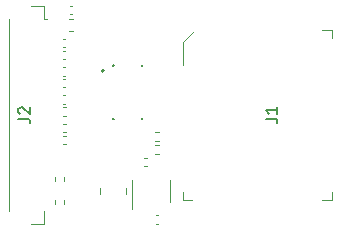
<source format=gto>
G04 #@! TF.GenerationSoftware,KiCad,Pcbnew,5.1.10*
G04 #@! TF.CreationDate,2021-09-12T21:14:18-07:00*
G04 #@! TF.ProjectId,ACORN-CLE-DVI,41434f52-4e2d-4434-9c45-2d4456492e6b,rev?*
G04 #@! TF.SameCoordinates,Original*
G04 #@! TF.FileFunction,Legend,Top*
G04 #@! TF.FilePolarity,Positive*
%FSLAX46Y46*%
G04 Gerber Fmt 4.6, Leading zero omitted, Abs format (unit mm)*
G04 Created by KiCad (PCBNEW 5.1.10) date 2021-09-12 21:14:18*
%MOMM*%
%LPD*%
G01*
G04 APERTURE LIST*
%ADD10C,0.127000*%
%ADD11C,0.200000*%
%ADD12C,0.120000*%
%ADD13C,0.100000*%
%ADD14C,0.150000*%
%ADD15R,1.200000X3.200000*%
%ADD16O,0.590000X0.220000*%
%ADD17O,0.220000X0.590000*%
%ADD18R,0.650000X1.060000*%
%ADD19R,1.400000X1.300000*%
%ADD20R,2.200000X1.300000*%
%ADD21R,2.600000X0.280000*%
G04 APERTURE END LIST*
D10*
X149205000Y-99255000D02*
X149205000Y-99325000D01*
X149205000Y-103745000D02*
X149205000Y-103675000D01*
X151695000Y-99255000D02*
X151695000Y-99325000D01*
X151695000Y-103745000D02*
X151695000Y-103675000D01*
X149205000Y-99255000D02*
X149275000Y-99255000D01*
X149205000Y-103745000D02*
X149275000Y-103745000D01*
X151695000Y-99255000D02*
X151625000Y-99255000D01*
X151695000Y-103745000D02*
X151625000Y-103745000D01*
D11*
X148440000Y-99700000D02*
G75*
G03*
X148440000Y-99700000I-100000J0D01*
G01*
D12*
X152761359Y-105995000D02*
X153068641Y-105995000D01*
X152761359Y-106755000D02*
X153068641Y-106755000D01*
X152756359Y-104920000D02*
X153063641Y-104920000D01*
X152756359Y-105680000D02*
X153063641Y-105680000D01*
X145080000Y-108731359D02*
X145080000Y-109038641D01*
X144320000Y-108731359D02*
X144320000Y-109038641D01*
X144320000Y-110963641D02*
X144320000Y-110656359D01*
X145080000Y-110963641D02*
X145080000Y-110656359D01*
X150840000Y-108975000D02*
X150840000Y-111425000D01*
X154060000Y-110775000D02*
X154060000Y-108975000D01*
X148090000Y-109613748D02*
X148090000Y-110136252D01*
X150310000Y-109613748D02*
X150310000Y-110136252D01*
X145800279Y-95315000D02*
X145474721Y-95315000D01*
X145800279Y-96335000D02*
X145474721Y-96335000D01*
X152037836Y-107050000D02*
X151822164Y-107050000D01*
X152037836Y-107770000D02*
X151822164Y-107770000D01*
X153027836Y-111940000D02*
X152812164Y-111940000D01*
X153027836Y-112660000D02*
X152812164Y-112660000D01*
X145752836Y-94215000D02*
X145537164Y-94215000D01*
X145752836Y-94935000D02*
X145537164Y-94935000D01*
X144972164Y-105910000D02*
X145187836Y-105910000D01*
X144972164Y-105190000D02*
X145187836Y-105190000D01*
X144972164Y-104910000D02*
X145187836Y-104910000D01*
X144972164Y-104190000D02*
X145187836Y-104190000D01*
X144972164Y-103510000D02*
X145187836Y-103510000D01*
X144972164Y-102790000D02*
X145187836Y-102790000D01*
X144962164Y-102510000D02*
X145177836Y-102510000D01*
X144962164Y-101790000D02*
X145177836Y-101790000D01*
X144962164Y-101110000D02*
X145177836Y-101110000D01*
X144962164Y-100390000D02*
X145177836Y-100390000D01*
X144962164Y-100110000D02*
X145177836Y-100110000D01*
X144962164Y-99390000D02*
X145177836Y-99390000D01*
X144962164Y-98710000D02*
X145177836Y-98710000D01*
X144962164Y-97990000D02*
X145177836Y-97990000D01*
X144962164Y-97710000D02*
X145177836Y-97710000D01*
X144962164Y-96990000D02*
X145177836Y-96990000D01*
X142250000Y-94229000D02*
X143370000Y-94229000D01*
X143370000Y-94229000D02*
X143370000Y-95329000D01*
X143370000Y-95329000D02*
X143610000Y-95329000D01*
X142250000Y-112649000D02*
X143370000Y-112649000D01*
X143370000Y-112649000D02*
X143370000Y-111549000D01*
X140380000Y-95299000D02*
X140380000Y-111579000D01*
D13*
X155150000Y-110639000D02*
X155150000Y-109939000D01*
X155900000Y-110639000D02*
X155150000Y-110639000D01*
X155150000Y-97289000D02*
X156100000Y-96339000D01*
X155150000Y-99189000D02*
X155150000Y-97289000D01*
X167750000Y-110639000D02*
X166900000Y-110639000D01*
X167750000Y-109939000D02*
X167750000Y-110639000D01*
X167750000Y-96239000D02*
X167750000Y-96939000D01*
X166900000Y-96239000D02*
X167750000Y-96239000D01*
D14*
X141192380Y-103773333D02*
X141906666Y-103773333D01*
X142049523Y-103820952D01*
X142144761Y-103916190D01*
X142192380Y-104059047D01*
X142192380Y-104154285D01*
X141287619Y-103344761D02*
X141240000Y-103297142D01*
X141192380Y-103201904D01*
X141192380Y-102963809D01*
X141240000Y-102868571D01*
X141287619Y-102820952D01*
X141382857Y-102773333D01*
X141478095Y-102773333D01*
X141620952Y-102820952D01*
X142192380Y-103392380D01*
X142192380Y-102773333D01*
X162122380Y-103763333D02*
X162836666Y-103763333D01*
X162979523Y-103810952D01*
X163074761Y-103906190D01*
X163122380Y-104049047D01*
X163122380Y-104144285D01*
X163122380Y-102763333D02*
X163122380Y-103334761D01*
X163122380Y-103049047D02*
X162122380Y-103049047D01*
X162265238Y-103144285D01*
X162360476Y-103239523D01*
X162408095Y-103334761D01*
%LPC*%
D15*
X150450000Y-101500000D03*
D16*
X151695000Y-99700000D03*
G36*
G01*
X151400000Y-100203400D02*
X151400000Y-99996600D01*
G75*
G02*
X151406600Y-99990000I6600J0D01*
G01*
X151983400Y-99990000D01*
G75*
G02*
X151990000Y-99996600I0J-6600D01*
G01*
X151990000Y-100203400D01*
G75*
G02*
X151983400Y-100210000I-6600J0D01*
G01*
X151406600Y-100210000D01*
G75*
G02*
X151400000Y-100203400I0J6600D01*
G01*
G37*
G36*
G01*
X151400000Y-100603400D02*
X151400000Y-100396600D01*
G75*
G02*
X151406600Y-100390000I6600J0D01*
G01*
X151983400Y-100390000D01*
G75*
G02*
X151990000Y-100396600I0J-6600D01*
G01*
X151990000Y-100603400D01*
G75*
G02*
X151983400Y-100610000I-6600J0D01*
G01*
X151406600Y-100610000D01*
G75*
G02*
X151400000Y-100603400I0J6600D01*
G01*
G37*
G36*
G01*
X151400000Y-101003400D02*
X151400000Y-100796600D01*
G75*
G02*
X151406600Y-100790000I6600J0D01*
G01*
X151983400Y-100790000D01*
G75*
G02*
X151990000Y-100796600I0J-6600D01*
G01*
X151990000Y-101003400D01*
G75*
G02*
X151983400Y-101010000I-6600J0D01*
G01*
X151406600Y-101010000D01*
G75*
G02*
X151400000Y-101003400I0J6600D01*
G01*
G37*
G36*
G01*
X151400000Y-101403400D02*
X151400000Y-101196600D01*
G75*
G02*
X151406600Y-101190000I6600J0D01*
G01*
X151983400Y-101190000D01*
G75*
G02*
X151990000Y-101196600I0J-6600D01*
G01*
X151990000Y-101403400D01*
G75*
G02*
X151983400Y-101410000I-6600J0D01*
G01*
X151406600Y-101410000D01*
G75*
G02*
X151400000Y-101403400I0J6600D01*
G01*
G37*
G36*
G01*
X151400000Y-101803400D02*
X151400000Y-101596600D01*
G75*
G02*
X151406600Y-101590000I6600J0D01*
G01*
X151983400Y-101590000D01*
G75*
G02*
X151990000Y-101596600I0J-6600D01*
G01*
X151990000Y-101803400D01*
G75*
G02*
X151983400Y-101810000I-6600J0D01*
G01*
X151406600Y-101810000D01*
G75*
G02*
X151400000Y-101803400I0J6600D01*
G01*
G37*
G36*
G01*
X151400000Y-102203400D02*
X151400000Y-101996600D01*
G75*
G02*
X151406600Y-101990000I6600J0D01*
G01*
X151983400Y-101990000D01*
G75*
G02*
X151990000Y-101996600I0J-6600D01*
G01*
X151990000Y-102203400D01*
G75*
G02*
X151983400Y-102210000I-6600J0D01*
G01*
X151406600Y-102210000D01*
G75*
G02*
X151400000Y-102203400I0J6600D01*
G01*
G37*
G36*
G01*
X151400000Y-102603400D02*
X151400000Y-102396600D01*
G75*
G02*
X151406600Y-102390000I6600J0D01*
G01*
X151983400Y-102390000D01*
G75*
G02*
X151990000Y-102396600I0J-6600D01*
G01*
X151990000Y-102603400D01*
G75*
G02*
X151983400Y-102610000I-6600J0D01*
G01*
X151406600Y-102610000D01*
G75*
G02*
X151400000Y-102603400I0J6600D01*
G01*
G37*
G36*
G01*
X151400000Y-103003400D02*
X151400000Y-102796600D01*
G75*
G02*
X151406600Y-102790000I6600J0D01*
G01*
X151983400Y-102790000D01*
G75*
G02*
X151990000Y-102796600I0J-6600D01*
G01*
X151990000Y-103003400D01*
G75*
G02*
X151983400Y-103010000I-6600J0D01*
G01*
X151406600Y-103010000D01*
G75*
G02*
X151400000Y-103003400I0J6600D01*
G01*
G37*
X151695000Y-103300000D03*
X149205000Y-103300000D03*
G36*
G01*
X148910000Y-103003400D02*
X148910000Y-102796600D01*
G75*
G02*
X148916600Y-102790000I6600J0D01*
G01*
X149493400Y-102790000D01*
G75*
G02*
X149500000Y-102796600I0J-6600D01*
G01*
X149500000Y-103003400D01*
G75*
G02*
X149493400Y-103010000I-6600J0D01*
G01*
X148916600Y-103010000D01*
G75*
G02*
X148910000Y-103003400I0J6600D01*
G01*
G37*
G36*
G01*
X148910000Y-102603400D02*
X148910000Y-102396600D01*
G75*
G02*
X148916600Y-102390000I6600J0D01*
G01*
X149493400Y-102390000D01*
G75*
G02*
X149500000Y-102396600I0J-6600D01*
G01*
X149500000Y-102603400D01*
G75*
G02*
X149493400Y-102610000I-6600J0D01*
G01*
X148916600Y-102610000D01*
G75*
G02*
X148910000Y-102603400I0J6600D01*
G01*
G37*
G36*
G01*
X148910000Y-102203400D02*
X148910000Y-101996600D01*
G75*
G02*
X148916600Y-101990000I6600J0D01*
G01*
X149493400Y-101990000D01*
G75*
G02*
X149500000Y-101996600I0J-6600D01*
G01*
X149500000Y-102203400D01*
G75*
G02*
X149493400Y-102210000I-6600J0D01*
G01*
X148916600Y-102210000D01*
G75*
G02*
X148910000Y-102203400I0J6600D01*
G01*
G37*
G36*
G01*
X148910000Y-101803400D02*
X148910000Y-101596600D01*
G75*
G02*
X148916600Y-101590000I6600J0D01*
G01*
X149493400Y-101590000D01*
G75*
G02*
X149500000Y-101596600I0J-6600D01*
G01*
X149500000Y-101803400D01*
G75*
G02*
X149493400Y-101810000I-6600J0D01*
G01*
X148916600Y-101810000D01*
G75*
G02*
X148910000Y-101803400I0J6600D01*
G01*
G37*
G36*
G01*
X148910000Y-101403400D02*
X148910000Y-101196600D01*
G75*
G02*
X148916600Y-101190000I6600J0D01*
G01*
X149493400Y-101190000D01*
G75*
G02*
X149500000Y-101196600I0J-6600D01*
G01*
X149500000Y-101403400D01*
G75*
G02*
X149493400Y-101410000I-6600J0D01*
G01*
X148916600Y-101410000D01*
G75*
G02*
X148910000Y-101403400I0J6600D01*
G01*
G37*
G36*
G01*
X148910000Y-101003400D02*
X148910000Y-100796600D01*
G75*
G02*
X148916600Y-100790000I6600J0D01*
G01*
X149493400Y-100790000D01*
G75*
G02*
X149500000Y-100796600I0J-6600D01*
G01*
X149500000Y-101003400D01*
G75*
G02*
X149493400Y-101010000I-6600J0D01*
G01*
X148916600Y-101010000D01*
G75*
G02*
X148910000Y-101003400I0J6600D01*
G01*
G37*
G36*
G01*
X148910000Y-100603400D02*
X148910000Y-100396600D01*
G75*
G02*
X148916600Y-100390000I6600J0D01*
G01*
X149493400Y-100390000D01*
G75*
G02*
X149500000Y-100396600I0J-6600D01*
G01*
X149500000Y-100603400D01*
G75*
G02*
X149493400Y-100610000I-6600J0D01*
G01*
X148916600Y-100610000D01*
G75*
G02*
X148910000Y-100603400I0J6600D01*
G01*
G37*
G36*
G01*
X148910000Y-100203400D02*
X148910000Y-99996600D01*
G75*
G02*
X148916600Y-99990000I6600J0D01*
G01*
X149493400Y-99990000D01*
G75*
G02*
X149500000Y-99996600I0J-6600D01*
G01*
X149500000Y-100203400D01*
G75*
G02*
X149493400Y-100210000I-6600J0D01*
G01*
X148916600Y-100210000D01*
G75*
G02*
X148910000Y-100203400I0J6600D01*
G01*
G37*
X149205000Y-99700000D03*
D17*
X149650000Y-99255000D03*
G36*
G01*
X149940000Y-99543400D02*
X149940000Y-98966600D01*
G75*
G02*
X149946600Y-98960000I6600J0D01*
G01*
X150153400Y-98960000D01*
G75*
G02*
X150160000Y-98966600I0J-6600D01*
G01*
X150160000Y-99543400D01*
G75*
G02*
X150153400Y-99550000I-6600J0D01*
G01*
X149946600Y-99550000D01*
G75*
G02*
X149940000Y-99543400I0J6600D01*
G01*
G37*
G36*
G01*
X150340000Y-99543400D02*
X150340000Y-98966600D01*
G75*
G02*
X150346600Y-98960000I6600J0D01*
G01*
X150553400Y-98960000D01*
G75*
G02*
X150560000Y-98966600I0J-6600D01*
G01*
X150560000Y-99543400D01*
G75*
G02*
X150553400Y-99550000I-6600J0D01*
G01*
X150346600Y-99550000D01*
G75*
G02*
X150340000Y-99543400I0J6600D01*
G01*
G37*
G36*
G01*
X150740000Y-99543400D02*
X150740000Y-98966600D01*
G75*
G02*
X150746600Y-98960000I6600J0D01*
G01*
X150953400Y-98960000D01*
G75*
G02*
X150960000Y-98966600I0J-6600D01*
G01*
X150960000Y-99543400D01*
G75*
G02*
X150953400Y-99550000I-6600J0D01*
G01*
X150746600Y-99550000D01*
G75*
G02*
X150740000Y-99543400I0J6600D01*
G01*
G37*
X151250000Y-99255000D03*
X151250000Y-103745000D03*
G36*
G01*
X150740000Y-104033400D02*
X150740000Y-103456600D01*
G75*
G02*
X150746600Y-103450000I6600J0D01*
G01*
X150953400Y-103450000D01*
G75*
G02*
X150960000Y-103456600I0J-6600D01*
G01*
X150960000Y-104033400D01*
G75*
G02*
X150953400Y-104040000I-6600J0D01*
G01*
X150746600Y-104040000D01*
G75*
G02*
X150740000Y-104033400I0J6600D01*
G01*
G37*
G36*
G01*
X150340000Y-104033400D02*
X150340000Y-103456600D01*
G75*
G02*
X150346600Y-103450000I6600J0D01*
G01*
X150553400Y-103450000D01*
G75*
G02*
X150560000Y-103456600I0J-6600D01*
G01*
X150560000Y-104033400D01*
G75*
G02*
X150553400Y-104040000I-6600J0D01*
G01*
X150346600Y-104040000D01*
G75*
G02*
X150340000Y-104033400I0J6600D01*
G01*
G37*
G36*
G01*
X149940000Y-104033400D02*
X149940000Y-103456600D01*
G75*
G02*
X149946600Y-103450000I6600J0D01*
G01*
X150153400Y-103450000D01*
G75*
G02*
X150160000Y-103456600I0J-6600D01*
G01*
X150160000Y-104033400D01*
G75*
G02*
X150153400Y-104040000I-6600J0D01*
G01*
X149946600Y-104040000D01*
G75*
G02*
X149940000Y-104033400I0J6600D01*
G01*
G37*
X149650000Y-103745000D03*
G36*
G01*
X153155000Y-106560000D02*
X153155000Y-106190000D01*
G75*
G02*
X153290000Y-106055000I135000J0D01*
G01*
X153560000Y-106055000D01*
G75*
G02*
X153695000Y-106190000I0J-135000D01*
G01*
X153695000Y-106560000D01*
G75*
G02*
X153560000Y-106695000I-135000J0D01*
G01*
X153290000Y-106695000D01*
G75*
G02*
X153155000Y-106560000I0J135000D01*
G01*
G37*
G36*
G01*
X152135000Y-106560000D02*
X152135000Y-106190000D01*
G75*
G02*
X152270000Y-106055000I135000J0D01*
G01*
X152540000Y-106055000D01*
G75*
G02*
X152675000Y-106190000I0J-135000D01*
G01*
X152675000Y-106560000D01*
G75*
G02*
X152540000Y-106695000I-135000J0D01*
G01*
X152270000Y-106695000D01*
G75*
G02*
X152135000Y-106560000I0J135000D01*
G01*
G37*
G36*
G01*
X153150000Y-105485000D02*
X153150000Y-105115000D01*
G75*
G02*
X153285000Y-104980000I135000J0D01*
G01*
X153555000Y-104980000D01*
G75*
G02*
X153690000Y-105115000I0J-135000D01*
G01*
X153690000Y-105485000D01*
G75*
G02*
X153555000Y-105620000I-135000J0D01*
G01*
X153285000Y-105620000D01*
G75*
G02*
X153150000Y-105485000I0J135000D01*
G01*
G37*
G36*
G01*
X152130000Y-105485000D02*
X152130000Y-105115000D01*
G75*
G02*
X152265000Y-104980000I135000J0D01*
G01*
X152535000Y-104980000D01*
G75*
G02*
X152670000Y-105115000I0J-135000D01*
G01*
X152670000Y-105485000D01*
G75*
G02*
X152535000Y-105620000I-135000J0D01*
G01*
X152265000Y-105620000D01*
G75*
G02*
X152130000Y-105485000I0J135000D01*
G01*
G37*
G36*
G01*
X144515000Y-109125000D02*
X144885000Y-109125000D01*
G75*
G02*
X145020000Y-109260000I0J-135000D01*
G01*
X145020000Y-109530000D01*
G75*
G02*
X144885000Y-109665000I-135000J0D01*
G01*
X144515000Y-109665000D01*
G75*
G02*
X144380000Y-109530000I0J135000D01*
G01*
X144380000Y-109260000D01*
G75*
G02*
X144515000Y-109125000I135000J0D01*
G01*
G37*
G36*
G01*
X144515000Y-108105000D02*
X144885000Y-108105000D01*
G75*
G02*
X145020000Y-108240000I0J-135000D01*
G01*
X145020000Y-108510000D01*
G75*
G02*
X144885000Y-108645000I-135000J0D01*
G01*
X144515000Y-108645000D01*
G75*
G02*
X144380000Y-108510000I0J135000D01*
G01*
X144380000Y-108240000D01*
G75*
G02*
X144515000Y-108105000I135000J0D01*
G01*
G37*
G36*
G01*
X144885000Y-110570000D02*
X144515000Y-110570000D01*
G75*
G02*
X144380000Y-110435000I0J135000D01*
G01*
X144380000Y-110165000D01*
G75*
G02*
X144515000Y-110030000I135000J0D01*
G01*
X144885000Y-110030000D01*
G75*
G02*
X145020000Y-110165000I0J-135000D01*
G01*
X145020000Y-110435000D01*
G75*
G02*
X144885000Y-110570000I-135000J0D01*
G01*
G37*
G36*
G01*
X144885000Y-111590000D02*
X144515000Y-111590000D01*
G75*
G02*
X144380000Y-111455000I0J135000D01*
G01*
X144380000Y-111185000D01*
G75*
G02*
X144515000Y-111050000I135000J0D01*
G01*
X144885000Y-111050000D01*
G75*
G02*
X145020000Y-111185000I0J-135000D01*
G01*
X145020000Y-111455000D01*
G75*
G02*
X144885000Y-111590000I-135000J0D01*
G01*
G37*
D18*
X151500000Y-108775000D03*
X153400000Y-108775000D03*
X153400000Y-110975000D03*
X152450000Y-110975000D03*
X151500000Y-110975000D03*
G36*
G01*
X148350000Y-110325000D02*
X150050000Y-110325000D01*
G75*
G02*
X150300000Y-110575000I0J-250000D01*
G01*
X150300000Y-111325000D01*
G75*
G02*
X150050000Y-111575000I-250000J0D01*
G01*
X148350000Y-111575000D01*
G75*
G02*
X148100000Y-111325000I0J250000D01*
G01*
X148100000Y-110575000D01*
G75*
G02*
X148350000Y-110325000I250000J0D01*
G01*
G37*
G36*
G01*
X148350000Y-108175000D02*
X150050000Y-108175000D01*
G75*
G02*
X150300000Y-108425000I0J-250000D01*
G01*
X150300000Y-109175000D01*
G75*
G02*
X150050000Y-109425000I-250000J0D01*
G01*
X148350000Y-109425000D01*
G75*
G02*
X148100000Y-109175000I0J250000D01*
G01*
X148100000Y-108425000D01*
G75*
G02*
X148350000Y-108175000I250000J0D01*
G01*
G37*
G36*
G01*
X145287500Y-95568750D02*
X145287500Y-96081250D01*
G75*
G02*
X145068750Y-96300000I-218750J0D01*
G01*
X144631250Y-96300000D01*
G75*
G02*
X144412500Y-96081250I0J218750D01*
G01*
X144412500Y-95568750D01*
G75*
G02*
X144631250Y-95350000I218750J0D01*
G01*
X145068750Y-95350000D01*
G75*
G02*
X145287500Y-95568750I0J-218750D01*
G01*
G37*
G36*
G01*
X146862500Y-95568750D02*
X146862500Y-96081250D01*
G75*
G02*
X146643750Y-96300000I-218750J0D01*
G01*
X146206250Y-96300000D01*
G75*
G02*
X145987500Y-96081250I0J218750D01*
G01*
X145987500Y-95568750D01*
G75*
G02*
X146206250Y-95350000I218750J0D01*
G01*
X146643750Y-95350000D01*
G75*
G02*
X146862500Y-95568750I0J-218750D01*
G01*
G37*
G36*
G01*
X151730000Y-107240000D02*
X151730000Y-107580000D01*
G75*
G02*
X151590000Y-107720000I-140000J0D01*
G01*
X151310000Y-107720000D01*
G75*
G02*
X151170000Y-107580000I0J140000D01*
G01*
X151170000Y-107240000D01*
G75*
G02*
X151310000Y-107100000I140000J0D01*
G01*
X151590000Y-107100000D01*
G75*
G02*
X151730000Y-107240000I0J-140000D01*
G01*
G37*
G36*
G01*
X152690000Y-107240000D02*
X152690000Y-107580000D01*
G75*
G02*
X152550000Y-107720000I-140000J0D01*
G01*
X152270000Y-107720000D01*
G75*
G02*
X152130000Y-107580000I0J140000D01*
G01*
X152130000Y-107240000D01*
G75*
G02*
X152270000Y-107100000I140000J0D01*
G01*
X152550000Y-107100000D01*
G75*
G02*
X152690000Y-107240000I0J-140000D01*
G01*
G37*
G36*
G01*
X152720000Y-112130000D02*
X152720000Y-112470000D01*
G75*
G02*
X152580000Y-112610000I-140000J0D01*
G01*
X152300000Y-112610000D01*
G75*
G02*
X152160000Y-112470000I0J140000D01*
G01*
X152160000Y-112130000D01*
G75*
G02*
X152300000Y-111990000I140000J0D01*
G01*
X152580000Y-111990000D01*
G75*
G02*
X152720000Y-112130000I0J-140000D01*
G01*
G37*
G36*
G01*
X153680000Y-112130000D02*
X153680000Y-112470000D01*
G75*
G02*
X153540000Y-112610000I-140000J0D01*
G01*
X153260000Y-112610000D01*
G75*
G02*
X153120000Y-112470000I0J140000D01*
G01*
X153120000Y-112130000D01*
G75*
G02*
X153260000Y-111990000I140000J0D01*
G01*
X153540000Y-111990000D01*
G75*
G02*
X153680000Y-112130000I0J-140000D01*
G01*
G37*
G36*
G01*
X145445000Y-94405000D02*
X145445000Y-94745000D01*
G75*
G02*
X145305000Y-94885000I-140000J0D01*
G01*
X145025000Y-94885000D01*
G75*
G02*
X144885000Y-94745000I0J140000D01*
G01*
X144885000Y-94405000D01*
G75*
G02*
X145025000Y-94265000I140000J0D01*
G01*
X145305000Y-94265000D01*
G75*
G02*
X145445000Y-94405000I0J-140000D01*
G01*
G37*
G36*
G01*
X146405000Y-94405000D02*
X146405000Y-94745000D01*
G75*
G02*
X146265000Y-94885000I-140000J0D01*
G01*
X145985000Y-94885000D01*
G75*
G02*
X145845000Y-94745000I0J140000D01*
G01*
X145845000Y-94405000D01*
G75*
G02*
X145985000Y-94265000I140000J0D01*
G01*
X146265000Y-94265000D01*
G75*
G02*
X146405000Y-94405000I0J-140000D01*
G01*
G37*
G36*
G01*
X144320000Y-105720000D02*
X144320000Y-105380000D01*
G75*
G02*
X144460000Y-105240000I140000J0D01*
G01*
X144740000Y-105240000D01*
G75*
G02*
X144880000Y-105380000I0J-140000D01*
G01*
X144880000Y-105720000D01*
G75*
G02*
X144740000Y-105860000I-140000J0D01*
G01*
X144460000Y-105860000D01*
G75*
G02*
X144320000Y-105720000I0J140000D01*
G01*
G37*
G36*
G01*
X145280000Y-105720000D02*
X145280000Y-105380000D01*
G75*
G02*
X145420000Y-105240000I140000J0D01*
G01*
X145700000Y-105240000D01*
G75*
G02*
X145840000Y-105380000I0J-140000D01*
G01*
X145840000Y-105720000D01*
G75*
G02*
X145700000Y-105860000I-140000J0D01*
G01*
X145420000Y-105860000D01*
G75*
G02*
X145280000Y-105720000I0J140000D01*
G01*
G37*
G36*
G01*
X144320000Y-104720000D02*
X144320000Y-104380000D01*
G75*
G02*
X144460000Y-104240000I140000J0D01*
G01*
X144740000Y-104240000D01*
G75*
G02*
X144880000Y-104380000I0J-140000D01*
G01*
X144880000Y-104720000D01*
G75*
G02*
X144740000Y-104860000I-140000J0D01*
G01*
X144460000Y-104860000D01*
G75*
G02*
X144320000Y-104720000I0J140000D01*
G01*
G37*
G36*
G01*
X145280000Y-104720000D02*
X145280000Y-104380000D01*
G75*
G02*
X145420000Y-104240000I140000J0D01*
G01*
X145700000Y-104240000D01*
G75*
G02*
X145840000Y-104380000I0J-140000D01*
G01*
X145840000Y-104720000D01*
G75*
G02*
X145700000Y-104860000I-140000J0D01*
G01*
X145420000Y-104860000D01*
G75*
G02*
X145280000Y-104720000I0J140000D01*
G01*
G37*
G36*
G01*
X144320000Y-103320000D02*
X144320000Y-102980000D01*
G75*
G02*
X144460000Y-102840000I140000J0D01*
G01*
X144740000Y-102840000D01*
G75*
G02*
X144880000Y-102980000I0J-140000D01*
G01*
X144880000Y-103320000D01*
G75*
G02*
X144740000Y-103460000I-140000J0D01*
G01*
X144460000Y-103460000D01*
G75*
G02*
X144320000Y-103320000I0J140000D01*
G01*
G37*
G36*
G01*
X145280000Y-103320000D02*
X145280000Y-102980000D01*
G75*
G02*
X145420000Y-102840000I140000J0D01*
G01*
X145700000Y-102840000D01*
G75*
G02*
X145840000Y-102980000I0J-140000D01*
G01*
X145840000Y-103320000D01*
G75*
G02*
X145700000Y-103460000I-140000J0D01*
G01*
X145420000Y-103460000D01*
G75*
G02*
X145280000Y-103320000I0J140000D01*
G01*
G37*
G36*
G01*
X144310000Y-102320000D02*
X144310000Y-101980000D01*
G75*
G02*
X144450000Y-101840000I140000J0D01*
G01*
X144730000Y-101840000D01*
G75*
G02*
X144870000Y-101980000I0J-140000D01*
G01*
X144870000Y-102320000D01*
G75*
G02*
X144730000Y-102460000I-140000J0D01*
G01*
X144450000Y-102460000D01*
G75*
G02*
X144310000Y-102320000I0J140000D01*
G01*
G37*
G36*
G01*
X145270000Y-102320000D02*
X145270000Y-101980000D01*
G75*
G02*
X145410000Y-101840000I140000J0D01*
G01*
X145690000Y-101840000D01*
G75*
G02*
X145830000Y-101980000I0J-140000D01*
G01*
X145830000Y-102320000D01*
G75*
G02*
X145690000Y-102460000I-140000J0D01*
G01*
X145410000Y-102460000D01*
G75*
G02*
X145270000Y-102320000I0J140000D01*
G01*
G37*
G36*
G01*
X144310000Y-100920000D02*
X144310000Y-100580000D01*
G75*
G02*
X144450000Y-100440000I140000J0D01*
G01*
X144730000Y-100440000D01*
G75*
G02*
X144870000Y-100580000I0J-140000D01*
G01*
X144870000Y-100920000D01*
G75*
G02*
X144730000Y-101060000I-140000J0D01*
G01*
X144450000Y-101060000D01*
G75*
G02*
X144310000Y-100920000I0J140000D01*
G01*
G37*
G36*
G01*
X145270000Y-100920000D02*
X145270000Y-100580000D01*
G75*
G02*
X145410000Y-100440000I140000J0D01*
G01*
X145690000Y-100440000D01*
G75*
G02*
X145830000Y-100580000I0J-140000D01*
G01*
X145830000Y-100920000D01*
G75*
G02*
X145690000Y-101060000I-140000J0D01*
G01*
X145410000Y-101060000D01*
G75*
G02*
X145270000Y-100920000I0J140000D01*
G01*
G37*
G36*
G01*
X144310000Y-99920000D02*
X144310000Y-99580000D01*
G75*
G02*
X144450000Y-99440000I140000J0D01*
G01*
X144730000Y-99440000D01*
G75*
G02*
X144870000Y-99580000I0J-140000D01*
G01*
X144870000Y-99920000D01*
G75*
G02*
X144730000Y-100060000I-140000J0D01*
G01*
X144450000Y-100060000D01*
G75*
G02*
X144310000Y-99920000I0J140000D01*
G01*
G37*
G36*
G01*
X145270000Y-99920000D02*
X145270000Y-99580000D01*
G75*
G02*
X145410000Y-99440000I140000J0D01*
G01*
X145690000Y-99440000D01*
G75*
G02*
X145830000Y-99580000I0J-140000D01*
G01*
X145830000Y-99920000D01*
G75*
G02*
X145690000Y-100060000I-140000J0D01*
G01*
X145410000Y-100060000D01*
G75*
G02*
X145270000Y-99920000I0J140000D01*
G01*
G37*
G36*
G01*
X144310000Y-98520000D02*
X144310000Y-98180000D01*
G75*
G02*
X144450000Y-98040000I140000J0D01*
G01*
X144730000Y-98040000D01*
G75*
G02*
X144870000Y-98180000I0J-140000D01*
G01*
X144870000Y-98520000D01*
G75*
G02*
X144730000Y-98660000I-140000J0D01*
G01*
X144450000Y-98660000D01*
G75*
G02*
X144310000Y-98520000I0J140000D01*
G01*
G37*
G36*
G01*
X145270000Y-98520000D02*
X145270000Y-98180000D01*
G75*
G02*
X145410000Y-98040000I140000J0D01*
G01*
X145690000Y-98040000D01*
G75*
G02*
X145830000Y-98180000I0J-140000D01*
G01*
X145830000Y-98520000D01*
G75*
G02*
X145690000Y-98660000I-140000J0D01*
G01*
X145410000Y-98660000D01*
G75*
G02*
X145270000Y-98520000I0J140000D01*
G01*
G37*
G36*
G01*
X144310000Y-97520000D02*
X144310000Y-97180000D01*
G75*
G02*
X144450000Y-97040000I140000J0D01*
G01*
X144730000Y-97040000D01*
G75*
G02*
X144870000Y-97180000I0J-140000D01*
G01*
X144870000Y-97520000D01*
G75*
G02*
X144730000Y-97660000I-140000J0D01*
G01*
X144450000Y-97660000D01*
G75*
G02*
X144310000Y-97520000I0J140000D01*
G01*
G37*
G36*
G01*
X145270000Y-97520000D02*
X145270000Y-97180000D01*
G75*
G02*
X145410000Y-97040000I140000J0D01*
G01*
X145690000Y-97040000D01*
G75*
G02*
X145830000Y-97180000I0J-140000D01*
G01*
X145830000Y-97520000D01*
G75*
G02*
X145690000Y-97660000I-140000J0D01*
G01*
X145410000Y-97660000D01*
G75*
G02*
X145270000Y-97520000I0J140000D01*
G01*
G37*
G36*
G01*
X140615000Y-111839000D02*
X141765000Y-111839000D01*
G75*
G02*
X141990000Y-112064000I0J-225000D01*
G01*
X141990000Y-112514000D01*
G75*
G02*
X141765000Y-112739000I-225000J0D01*
G01*
X140615000Y-112739000D01*
G75*
G02*
X140390000Y-112514000I0J225000D01*
G01*
X140390000Y-112064000D01*
G75*
G02*
X140615000Y-111839000I225000J0D01*
G01*
G37*
G36*
G01*
X140615000Y-94139000D02*
X141765000Y-94139000D01*
G75*
G02*
X141990000Y-94364000I0J-225000D01*
G01*
X141990000Y-94814000D01*
G75*
G02*
X141765000Y-95039000I-225000J0D01*
G01*
X140615000Y-95039000D01*
G75*
G02*
X140390000Y-94814000I0J225000D01*
G01*
X140390000Y-94364000D01*
G75*
G02*
X140615000Y-94139000I225000J0D01*
G01*
G37*
G36*
G01*
X142735000Y-110789000D02*
X143485000Y-110789000D01*
G75*
G02*
X143610000Y-110914000I0J-125000D01*
G01*
X143610000Y-111164000D01*
G75*
G02*
X143485000Y-111289000I-125000J0D01*
G01*
X142735000Y-111289000D01*
G75*
G02*
X142610000Y-111164000I0J125000D01*
G01*
X142610000Y-110914000D01*
G75*
G02*
X142735000Y-110789000I125000J0D01*
G01*
G37*
G36*
G01*
X142735000Y-109989000D02*
X143485000Y-109989000D01*
G75*
G02*
X143610000Y-110114000I0J-125000D01*
G01*
X143610000Y-110364000D01*
G75*
G02*
X143485000Y-110489000I-125000J0D01*
G01*
X142735000Y-110489000D01*
G75*
G02*
X142610000Y-110364000I0J125000D01*
G01*
X142610000Y-110114000D01*
G75*
G02*
X142735000Y-109989000I125000J0D01*
G01*
G37*
G36*
G01*
X142735000Y-109189000D02*
X143485000Y-109189000D01*
G75*
G02*
X143610000Y-109314000I0J-125000D01*
G01*
X143610000Y-109564000D01*
G75*
G02*
X143485000Y-109689000I-125000J0D01*
G01*
X142735000Y-109689000D01*
G75*
G02*
X142610000Y-109564000I0J125000D01*
G01*
X142610000Y-109314000D01*
G75*
G02*
X142735000Y-109189000I125000J0D01*
G01*
G37*
G36*
G01*
X142735000Y-108389000D02*
X143485000Y-108389000D01*
G75*
G02*
X143610000Y-108514000I0J-125000D01*
G01*
X143610000Y-108764000D01*
G75*
G02*
X143485000Y-108889000I-125000J0D01*
G01*
X142735000Y-108889000D01*
G75*
G02*
X142610000Y-108764000I0J125000D01*
G01*
X142610000Y-108514000D01*
G75*
G02*
X142735000Y-108389000I125000J0D01*
G01*
G37*
G36*
G01*
X142735000Y-107589000D02*
X143485000Y-107589000D01*
G75*
G02*
X143610000Y-107714000I0J-125000D01*
G01*
X143610000Y-107964000D01*
G75*
G02*
X143485000Y-108089000I-125000J0D01*
G01*
X142735000Y-108089000D01*
G75*
G02*
X142610000Y-107964000I0J125000D01*
G01*
X142610000Y-107714000D01*
G75*
G02*
X142735000Y-107589000I125000J0D01*
G01*
G37*
G36*
G01*
X142735000Y-106789000D02*
X143485000Y-106789000D01*
G75*
G02*
X143610000Y-106914000I0J-125000D01*
G01*
X143610000Y-107164000D01*
G75*
G02*
X143485000Y-107289000I-125000J0D01*
G01*
X142735000Y-107289000D01*
G75*
G02*
X142610000Y-107164000I0J125000D01*
G01*
X142610000Y-106914000D01*
G75*
G02*
X142735000Y-106789000I125000J0D01*
G01*
G37*
G36*
G01*
X142735000Y-105989000D02*
X143485000Y-105989000D01*
G75*
G02*
X143610000Y-106114000I0J-125000D01*
G01*
X143610000Y-106364000D01*
G75*
G02*
X143485000Y-106489000I-125000J0D01*
G01*
X142735000Y-106489000D01*
G75*
G02*
X142610000Y-106364000I0J125000D01*
G01*
X142610000Y-106114000D01*
G75*
G02*
X142735000Y-105989000I125000J0D01*
G01*
G37*
G36*
G01*
X142735000Y-105189000D02*
X143485000Y-105189000D01*
G75*
G02*
X143610000Y-105314000I0J-125000D01*
G01*
X143610000Y-105564000D01*
G75*
G02*
X143485000Y-105689000I-125000J0D01*
G01*
X142735000Y-105689000D01*
G75*
G02*
X142610000Y-105564000I0J125000D01*
G01*
X142610000Y-105314000D01*
G75*
G02*
X142735000Y-105189000I125000J0D01*
G01*
G37*
G36*
G01*
X142735000Y-104389000D02*
X143485000Y-104389000D01*
G75*
G02*
X143610000Y-104514000I0J-125000D01*
G01*
X143610000Y-104764000D01*
G75*
G02*
X143485000Y-104889000I-125000J0D01*
G01*
X142735000Y-104889000D01*
G75*
G02*
X142610000Y-104764000I0J125000D01*
G01*
X142610000Y-104514000D01*
G75*
G02*
X142735000Y-104389000I125000J0D01*
G01*
G37*
G36*
G01*
X142735000Y-103589000D02*
X143485000Y-103589000D01*
G75*
G02*
X143610000Y-103714000I0J-125000D01*
G01*
X143610000Y-103964000D01*
G75*
G02*
X143485000Y-104089000I-125000J0D01*
G01*
X142735000Y-104089000D01*
G75*
G02*
X142610000Y-103964000I0J125000D01*
G01*
X142610000Y-103714000D01*
G75*
G02*
X142735000Y-103589000I125000J0D01*
G01*
G37*
G36*
G01*
X142735000Y-102789000D02*
X143485000Y-102789000D01*
G75*
G02*
X143610000Y-102914000I0J-125000D01*
G01*
X143610000Y-103164000D01*
G75*
G02*
X143485000Y-103289000I-125000J0D01*
G01*
X142735000Y-103289000D01*
G75*
G02*
X142610000Y-103164000I0J125000D01*
G01*
X142610000Y-102914000D01*
G75*
G02*
X142735000Y-102789000I125000J0D01*
G01*
G37*
G36*
G01*
X142735000Y-101989000D02*
X143485000Y-101989000D01*
G75*
G02*
X143610000Y-102114000I0J-125000D01*
G01*
X143610000Y-102364000D01*
G75*
G02*
X143485000Y-102489000I-125000J0D01*
G01*
X142735000Y-102489000D01*
G75*
G02*
X142610000Y-102364000I0J125000D01*
G01*
X142610000Y-102114000D01*
G75*
G02*
X142735000Y-101989000I125000J0D01*
G01*
G37*
G36*
G01*
X142735000Y-101189000D02*
X143485000Y-101189000D01*
G75*
G02*
X143610000Y-101314000I0J-125000D01*
G01*
X143610000Y-101564000D01*
G75*
G02*
X143485000Y-101689000I-125000J0D01*
G01*
X142735000Y-101689000D01*
G75*
G02*
X142610000Y-101564000I0J125000D01*
G01*
X142610000Y-101314000D01*
G75*
G02*
X142735000Y-101189000I125000J0D01*
G01*
G37*
G36*
G01*
X142735000Y-100389000D02*
X143485000Y-100389000D01*
G75*
G02*
X143610000Y-100514000I0J-125000D01*
G01*
X143610000Y-100764000D01*
G75*
G02*
X143485000Y-100889000I-125000J0D01*
G01*
X142735000Y-100889000D01*
G75*
G02*
X142610000Y-100764000I0J125000D01*
G01*
X142610000Y-100514000D01*
G75*
G02*
X142735000Y-100389000I125000J0D01*
G01*
G37*
G36*
G01*
X142735000Y-99589000D02*
X143485000Y-99589000D01*
G75*
G02*
X143610000Y-99714000I0J-125000D01*
G01*
X143610000Y-99964000D01*
G75*
G02*
X143485000Y-100089000I-125000J0D01*
G01*
X142735000Y-100089000D01*
G75*
G02*
X142610000Y-99964000I0J125000D01*
G01*
X142610000Y-99714000D01*
G75*
G02*
X142735000Y-99589000I125000J0D01*
G01*
G37*
G36*
G01*
X142735000Y-98789000D02*
X143485000Y-98789000D01*
G75*
G02*
X143610000Y-98914000I0J-125000D01*
G01*
X143610000Y-99164000D01*
G75*
G02*
X143485000Y-99289000I-125000J0D01*
G01*
X142735000Y-99289000D01*
G75*
G02*
X142610000Y-99164000I0J125000D01*
G01*
X142610000Y-98914000D01*
G75*
G02*
X142735000Y-98789000I125000J0D01*
G01*
G37*
G36*
G01*
X142735000Y-97989000D02*
X143485000Y-97989000D01*
G75*
G02*
X143610000Y-98114000I0J-125000D01*
G01*
X143610000Y-98364000D01*
G75*
G02*
X143485000Y-98489000I-125000J0D01*
G01*
X142735000Y-98489000D01*
G75*
G02*
X142610000Y-98364000I0J125000D01*
G01*
X142610000Y-98114000D01*
G75*
G02*
X142735000Y-97989000I125000J0D01*
G01*
G37*
G36*
G01*
X142735000Y-97189000D02*
X143485000Y-97189000D01*
G75*
G02*
X143610000Y-97314000I0J-125000D01*
G01*
X143610000Y-97564000D01*
G75*
G02*
X143485000Y-97689000I-125000J0D01*
G01*
X142735000Y-97689000D01*
G75*
G02*
X142610000Y-97564000I0J125000D01*
G01*
X142610000Y-97314000D01*
G75*
G02*
X142735000Y-97189000I125000J0D01*
G01*
G37*
G36*
G01*
X142735000Y-96389000D02*
X143485000Y-96389000D01*
G75*
G02*
X143610000Y-96514000I0J-125000D01*
G01*
X143610000Y-96764000D01*
G75*
G02*
X143485000Y-96889000I-125000J0D01*
G01*
X142735000Y-96889000D01*
G75*
G02*
X142610000Y-96764000I0J125000D01*
G01*
X142610000Y-96514000D01*
G75*
G02*
X142735000Y-96389000I125000J0D01*
G01*
G37*
G36*
G01*
X142735000Y-95589000D02*
X143485000Y-95589000D01*
G75*
G02*
X143610000Y-95714000I0J-125000D01*
G01*
X143610000Y-95964000D01*
G75*
G02*
X143485000Y-96089000I-125000J0D01*
G01*
X142735000Y-96089000D01*
G75*
G02*
X142610000Y-95964000I0J125000D01*
G01*
X142610000Y-95714000D01*
G75*
G02*
X142735000Y-95589000I125000J0D01*
G01*
G37*
D19*
X163410000Y-95389000D03*
X163410000Y-111489000D03*
D20*
X157450000Y-111489000D03*
X157450000Y-95389000D03*
D21*
X156690000Y-107939000D03*
X156690000Y-107439000D03*
X156690000Y-106939000D03*
X156690000Y-106439000D03*
X156690000Y-105939000D03*
X156690000Y-105439000D03*
X156690000Y-104939000D03*
X156690000Y-104439000D03*
X156690000Y-103939000D03*
X156690000Y-98939000D03*
X156690000Y-99439000D03*
X156690000Y-99939000D03*
X156690000Y-100439000D03*
X156690000Y-100939000D03*
X156690000Y-101439000D03*
X156690000Y-101939000D03*
X156690000Y-102439000D03*
X156690000Y-102939000D03*
X156690000Y-103439000D03*
M02*

</source>
